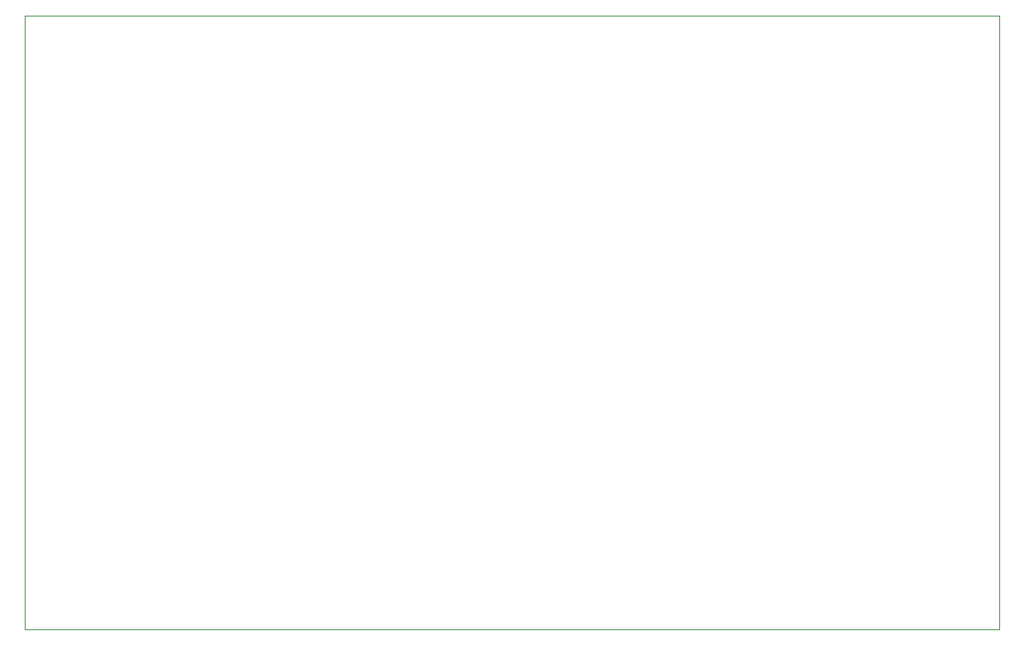
<source format=gbr>
%TF.GenerationSoftware,Flux,Pcbnew,7.0.11-7.0.11~ubuntu20.04.1*%
%TF.CreationDate,2025-03-04T17:49:28+00:00*%
%TF.ProjectId,input,696e7075-742e-46b6-9963-61645f706362,rev?*%
%TF.SameCoordinates,Original*%
%TF.FileFunction,Profile,NP*%
%FSLAX46Y46*%
G04 Gerber Fmt 4.6, Leading zero omitted, Abs format (unit mm)*
G04 Filename: balance-board-2*
G04 Build it with Flux! Visit our site at: https://www.flux.ai (PCBNEW 7.0.11-7.0.11~ubuntu20.04.1) date 2025-03-04 17:49:28*
%MOMM*%
%LPD*%
G01*
G04 APERTURE LIST*
%TA.AperFunction,Profile*%
%ADD10C,0.050000*%
%TD*%
G04 APERTURE END LIST*
D10*
X-50000000Y-31500000D02*
X-50000000Y31500000D01*
X-50000000Y31500000D02*
X50000000Y31500000D01*
X50000000Y31500000D02*
X50000000Y-31500000D01*
X50000000Y-31500000D02*
X-50000000Y-31500000D01*
M02*

</source>
